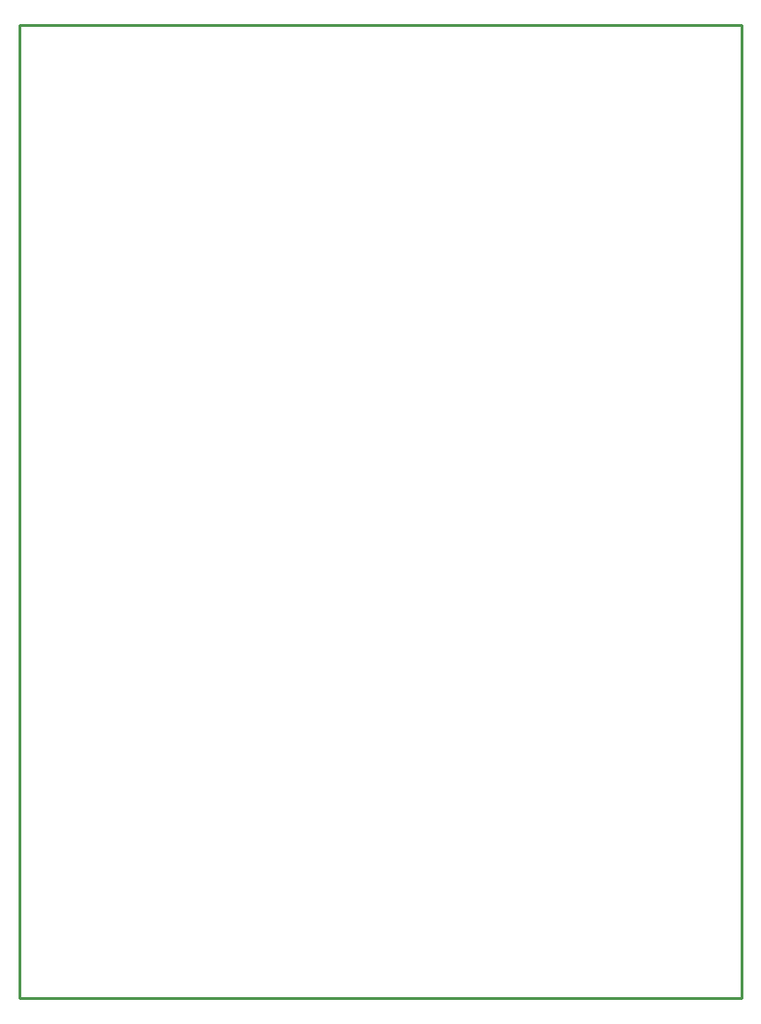
<source format=gko>
G04 Layer: BoardOutline*
G04 EasyEDA v6.4.21, 2021-08-27T10:15:53+02:00*
G04 9e47797760d14a1ba145978a01478d27,3a21a940fc264e4589df007fb316c5b6,10*
G04 Gerber Generator version 0.2*
G04 Scale: 100 percent, Rotated: No, Reflected: No *
G04 Dimensions in millimeters *
G04 leading zeros omitted , absolute positions ,4 integer and 5 decimal *
%FSLAX45Y45*%
%MOMM*%

%ADD10C,0.2540*%
D10*
X3302000Y9144000D02*
G01*
X9906000Y9144000D01*
X9906000Y254000D01*
X3302000Y254000D01*
X3302000Y9144000D01*

%LPD*%
M02*

</source>
